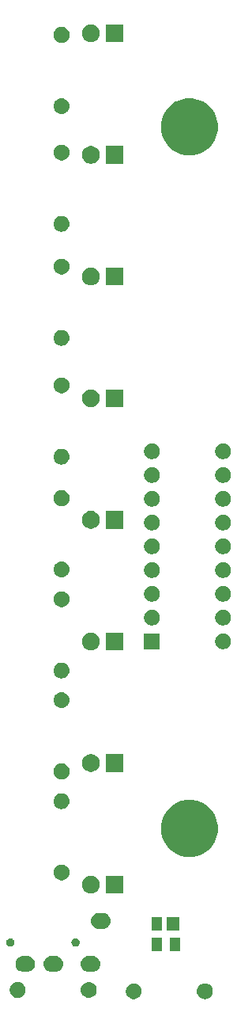
<source format=gts>
G04 #@! TF.GenerationSoftware,KiCad,Pcbnew,5.1.3-ffb9f22~84~ubuntu16.04.1*
G04 #@! TF.CreationDate,2019-07-25T12:18:42-04:00*
G04 #@! TF.ProjectId,lightbox_pcb,6c696768-7462-46f7-985f-7063622e6b69,rev?*
G04 #@! TF.SameCoordinates,Original*
G04 #@! TF.FileFunction,Soldermask,Top*
G04 #@! TF.FilePolarity,Negative*
%FSLAX46Y46*%
G04 Gerber Fmt 4.6, Leading zero omitted, Abs format (unit mm)*
G04 Created by KiCad (PCBNEW 5.1.3-ffb9f22~84~ubuntu16.04.1) date 2019-07-25 12:18:42*
%MOMM*%
%LPD*%
G04 APERTURE LIST*
%ADD10C,0.100000*%
G04 APERTURE END LIST*
D10*
G36*
X154299228Y-151581703D02*
G01*
X154454100Y-151645853D01*
X154593481Y-151738985D01*
X154712015Y-151857519D01*
X154805147Y-151996900D01*
X154869297Y-152151772D01*
X154902000Y-152316184D01*
X154902000Y-152483816D01*
X154869297Y-152648228D01*
X154805147Y-152803100D01*
X154712015Y-152942481D01*
X154593481Y-153061015D01*
X154454100Y-153154147D01*
X154299228Y-153218297D01*
X154134816Y-153251000D01*
X153967184Y-153251000D01*
X153802772Y-153218297D01*
X153647900Y-153154147D01*
X153508519Y-153061015D01*
X153389985Y-152942481D01*
X153296853Y-152803100D01*
X153232703Y-152648228D01*
X153200000Y-152483816D01*
X153200000Y-152316184D01*
X153232703Y-152151772D01*
X153296853Y-151996900D01*
X153389985Y-151857519D01*
X153508519Y-151738985D01*
X153647900Y-151645853D01*
X153802772Y-151581703D01*
X153967184Y-151549000D01*
X154134816Y-151549000D01*
X154299228Y-151581703D01*
X154299228Y-151581703D01*
G37*
G36*
X161837823Y-151561313D02*
G01*
X161998242Y-151609976D01*
X162065361Y-151645852D01*
X162146078Y-151688996D01*
X162275659Y-151795341D01*
X162382004Y-151924922D01*
X162382005Y-151924924D01*
X162461024Y-152072758D01*
X162509687Y-152233177D01*
X162526117Y-152400000D01*
X162509687Y-152566823D01*
X162461024Y-152727242D01*
X162420477Y-152803100D01*
X162382004Y-152875078D01*
X162275659Y-153004659D01*
X162146078Y-153111004D01*
X162146076Y-153111005D01*
X161998242Y-153190024D01*
X161837823Y-153238687D01*
X161712804Y-153251000D01*
X161629196Y-153251000D01*
X161504177Y-153238687D01*
X161343758Y-153190024D01*
X161195924Y-153111005D01*
X161195922Y-153111004D01*
X161066341Y-153004659D01*
X160959996Y-152875078D01*
X160921523Y-152803100D01*
X160880976Y-152727242D01*
X160832313Y-152566823D01*
X160815883Y-152400000D01*
X160832313Y-152233177D01*
X160880976Y-152072758D01*
X160959995Y-151924924D01*
X160959996Y-151924922D01*
X161066341Y-151795341D01*
X161195922Y-151688996D01*
X161276639Y-151645852D01*
X161343758Y-151609976D01*
X161504177Y-151561313D01*
X161629196Y-151549000D01*
X161712804Y-151549000D01*
X161837823Y-151561313D01*
X161837823Y-151561313D01*
G37*
G36*
X141853228Y-151454703D02*
G01*
X142008100Y-151518853D01*
X142147481Y-151611985D01*
X142266015Y-151730519D01*
X142359147Y-151869900D01*
X142423297Y-152024772D01*
X142456000Y-152189184D01*
X142456000Y-152356816D01*
X142423297Y-152521228D01*
X142359147Y-152676100D01*
X142266015Y-152815481D01*
X142147481Y-152934015D01*
X142008100Y-153027147D01*
X141853228Y-153091297D01*
X141688816Y-153124000D01*
X141521184Y-153124000D01*
X141356772Y-153091297D01*
X141201900Y-153027147D01*
X141062519Y-152934015D01*
X140943985Y-152815481D01*
X140850853Y-152676100D01*
X140786703Y-152521228D01*
X140754000Y-152356816D01*
X140754000Y-152189184D01*
X140786703Y-152024772D01*
X140850853Y-151869900D01*
X140943985Y-151730519D01*
X141062519Y-151611985D01*
X141201900Y-151518853D01*
X141356772Y-151454703D01*
X141521184Y-151422000D01*
X141688816Y-151422000D01*
X141853228Y-151454703D01*
X141853228Y-151454703D01*
G37*
G36*
X149391823Y-151434313D02*
G01*
X149552242Y-151482976D01*
X149619361Y-151518852D01*
X149700078Y-151561996D01*
X149829659Y-151668341D01*
X149936004Y-151797922D01*
X149936005Y-151797924D01*
X150015024Y-151945758D01*
X150063687Y-152106177D01*
X150080117Y-152273000D01*
X150063687Y-152439823D01*
X150015024Y-152600242D01*
X149974477Y-152676100D01*
X149936004Y-152748078D01*
X149829659Y-152877659D01*
X149700078Y-152984004D01*
X149700076Y-152984005D01*
X149552242Y-153063024D01*
X149391823Y-153111687D01*
X149266804Y-153124000D01*
X149183196Y-153124000D01*
X149058177Y-153111687D01*
X148897758Y-153063024D01*
X148749924Y-152984005D01*
X148749922Y-152984004D01*
X148620341Y-152877659D01*
X148513996Y-152748078D01*
X148475523Y-152676100D01*
X148434976Y-152600242D01*
X148386313Y-152439823D01*
X148369883Y-152273000D01*
X148386313Y-152106177D01*
X148434976Y-151945758D01*
X148513995Y-151797924D01*
X148513996Y-151797922D01*
X148620341Y-151668341D01*
X148749922Y-151561996D01*
X148830639Y-151518852D01*
X148897758Y-151482976D01*
X149058177Y-151434313D01*
X149183196Y-151422000D01*
X149266804Y-151422000D01*
X149391823Y-151434313D01*
X149391823Y-151434313D01*
G37*
G36*
X149783823Y-148646313D02*
G01*
X149944242Y-148694976D01*
X150076906Y-148765886D01*
X150092078Y-148773996D01*
X150221659Y-148880341D01*
X150328004Y-149009922D01*
X150328005Y-149009924D01*
X150407024Y-149157758D01*
X150455687Y-149318177D01*
X150472117Y-149485000D01*
X150455687Y-149651823D01*
X150407024Y-149812242D01*
X150336114Y-149944906D01*
X150328004Y-149960078D01*
X150221659Y-150089659D01*
X150092078Y-150196004D01*
X150092076Y-150196005D01*
X149944242Y-150275024D01*
X149783823Y-150323687D01*
X149658804Y-150336000D01*
X149175196Y-150336000D01*
X149050177Y-150323687D01*
X148889758Y-150275024D01*
X148741924Y-150196005D01*
X148741922Y-150196004D01*
X148612341Y-150089659D01*
X148505996Y-149960078D01*
X148497886Y-149944906D01*
X148426976Y-149812242D01*
X148378313Y-149651823D01*
X148361883Y-149485000D01*
X148378313Y-149318177D01*
X148426976Y-149157758D01*
X148505995Y-149009924D01*
X148505996Y-149009922D01*
X148612341Y-148880341D01*
X148741922Y-148773996D01*
X148757094Y-148765886D01*
X148889758Y-148694976D01*
X149050177Y-148646313D01*
X149175196Y-148634000D01*
X149658804Y-148634000D01*
X149783823Y-148646313D01*
X149783823Y-148646313D01*
G37*
G36*
X145783823Y-148646313D02*
G01*
X145944242Y-148694976D01*
X146076906Y-148765886D01*
X146092078Y-148773996D01*
X146221659Y-148880341D01*
X146328004Y-149009922D01*
X146328005Y-149009924D01*
X146407024Y-149157758D01*
X146455687Y-149318177D01*
X146472117Y-149485000D01*
X146455687Y-149651823D01*
X146407024Y-149812242D01*
X146336114Y-149944906D01*
X146328004Y-149960078D01*
X146221659Y-150089659D01*
X146092078Y-150196004D01*
X146092076Y-150196005D01*
X145944242Y-150275024D01*
X145783823Y-150323687D01*
X145658804Y-150336000D01*
X145175196Y-150336000D01*
X145050177Y-150323687D01*
X144889758Y-150275024D01*
X144741924Y-150196005D01*
X144741922Y-150196004D01*
X144612341Y-150089659D01*
X144505996Y-149960078D01*
X144497886Y-149944906D01*
X144426976Y-149812242D01*
X144378313Y-149651823D01*
X144361883Y-149485000D01*
X144378313Y-149318177D01*
X144426976Y-149157758D01*
X144505995Y-149009924D01*
X144505996Y-149009922D01*
X144612341Y-148880341D01*
X144741922Y-148773996D01*
X144757094Y-148765886D01*
X144889758Y-148694976D01*
X145050177Y-148646313D01*
X145175196Y-148634000D01*
X145658804Y-148634000D01*
X145783823Y-148646313D01*
X145783823Y-148646313D01*
G37*
G36*
X142783823Y-148646313D02*
G01*
X142944242Y-148694976D01*
X143076906Y-148765886D01*
X143092078Y-148773996D01*
X143221659Y-148880341D01*
X143328004Y-149009922D01*
X143328005Y-149009924D01*
X143407024Y-149157758D01*
X143455687Y-149318177D01*
X143472117Y-149485000D01*
X143455687Y-149651823D01*
X143407024Y-149812242D01*
X143336114Y-149944906D01*
X143328004Y-149960078D01*
X143221659Y-150089659D01*
X143092078Y-150196004D01*
X143092076Y-150196005D01*
X142944242Y-150275024D01*
X142783823Y-150323687D01*
X142658804Y-150336000D01*
X142175196Y-150336000D01*
X142050177Y-150323687D01*
X141889758Y-150275024D01*
X141741924Y-150196005D01*
X141741922Y-150196004D01*
X141612341Y-150089659D01*
X141505996Y-149960078D01*
X141497886Y-149944906D01*
X141426976Y-149812242D01*
X141378313Y-149651823D01*
X141361883Y-149485000D01*
X141378313Y-149318177D01*
X141426976Y-149157758D01*
X141505995Y-149009924D01*
X141505996Y-149009922D01*
X141612341Y-148880341D01*
X141741922Y-148773996D01*
X141757094Y-148765886D01*
X141889758Y-148694976D01*
X142050177Y-148646313D01*
X142175196Y-148634000D01*
X142658804Y-148634000D01*
X142783823Y-148646313D01*
X142783823Y-148646313D01*
G37*
G36*
X158981000Y-148155000D02*
G01*
X157879000Y-148155000D01*
X157879000Y-146653000D01*
X158981000Y-146653000D01*
X158981000Y-148155000D01*
X158981000Y-148155000D01*
G37*
G36*
X157081000Y-148155000D02*
G01*
X155979000Y-148155000D01*
X155979000Y-146653000D01*
X157081000Y-146653000D01*
X157081000Y-148155000D01*
X157081000Y-148155000D01*
G37*
G36*
X147948552Y-146751331D02*
G01*
X148030627Y-146785328D01*
X148030629Y-146785329D01*
X148067813Y-146810175D01*
X148104495Y-146834685D01*
X148167315Y-146897505D01*
X148216672Y-146971373D01*
X148250669Y-147053448D01*
X148268000Y-147140579D01*
X148268000Y-147229421D01*
X148250669Y-147316552D01*
X148216672Y-147398627D01*
X148216671Y-147398629D01*
X148167314Y-147472496D01*
X148104496Y-147535314D01*
X148030629Y-147584671D01*
X148030628Y-147584672D01*
X148030627Y-147584672D01*
X147948552Y-147618669D01*
X147861421Y-147636000D01*
X147772579Y-147636000D01*
X147685448Y-147618669D01*
X147603373Y-147584672D01*
X147603372Y-147584672D01*
X147603371Y-147584671D01*
X147529504Y-147535314D01*
X147466686Y-147472496D01*
X147417329Y-147398629D01*
X147417328Y-147398627D01*
X147383331Y-147316552D01*
X147366000Y-147229421D01*
X147366000Y-147140579D01*
X147383331Y-147053448D01*
X147417328Y-146971373D01*
X147466685Y-146897505D01*
X147529505Y-146834685D01*
X147566187Y-146810175D01*
X147603371Y-146785329D01*
X147603373Y-146785328D01*
X147685448Y-146751331D01*
X147772579Y-146734000D01*
X147861421Y-146734000D01*
X147948552Y-146751331D01*
X147948552Y-146751331D01*
G37*
G36*
X140948552Y-146751331D02*
G01*
X141030627Y-146785328D01*
X141030629Y-146785329D01*
X141067813Y-146810175D01*
X141104495Y-146834685D01*
X141167315Y-146897505D01*
X141216672Y-146971373D01*
X141250669Y-147053448D01*
X141268000Y-147140579D01*
X141268000Y-147229421D01*
X141250669Y-147316552D01*
X141216672Y-147398627D01*
X141216671Y-147398629D01*
X141167314Y-147472496D01*
X141104496Y-147535314D01*
X141030629Y-147584671D01*
X141030628Y-147584672D01*
X141030627Y-147584672D01*
X140948552Y-147618669D01*
X140861421Y-147636000D01*
X140772579Y-147636000D01*
X140685448Y-147618669D01*
X140603373Y-147584672D01*
X140603372Y-147584672D01*
X140603371Y-147584671D01*
X140529504Y-147535314D01*
X140466686Y-147472496D01*
X140417329Y-147398629D01*
X140417328Y-147398627D01*
X140383331Y-147316552D01*
X140366000Y-147229421D01*
X140366000Y-147140579D01*
X140383331Y-147053448D01*
X140417328Y-146971373D01*
X140466685Y-146897505D01*
X140529505Y-146834685D01*
X140566187Y-146810175D01*
X140603371Y-146785329D01*
X140603373Y-146785328D01*
X140685448Y-146751331D01*
X140772579Y-146734000D01*
X140861421Y-146734000D01*
X140948552Y-146751331D01*
X140948552Y-146751331D01*
G37*
G36*
X157081000Y-145955000D02*
G01*
X155979000Y-145955000D01*
X155979000Y-144453000D01*
X157081000Y-144453000D01*
X157081000Y-145955000D01*
X157081000Y-145955000D01*
G37*
G36*
X158901000Y-145955000D02*
G01*
X157599000Y-145955000D01*
X157599000Y-144453000D01*
X158901000Y-144453000D01*
X158901000Y-145955000D01*
X158901000Y-145955000D01*
G37*
G36*
X150883823Y-144046313D02*
G01*
X151044242Y-144094976D01*
X151176906Y-144165886D01*
X151192078Y-144173996D01*
X151321659Y-144280341D01*
X151428004Y-144409922D01*
X151428005Y-144409924D01*
X151507024Y-144557758D01*
X151555687Y-144718177D01*
X151572117Y-144885000D01*
X151555687Y-145051823D01*
X151507024Y-145212242D01*
X151436114Y-145344906D01*
X151428004Y-145360078D01*
X151321659Y-145489659D01*
X151192078Y-145596004D01*
X151192076Y-145596005D01*
X151044242Y-145675024D01*
X150883823Y-145723687D01*
X150758804Y-145736000D01*
X150275196Y-145736000D01*
X150150177Y-145723687D01*
X149989758Y-145675024D01*
X149841924Y-145596005D01*
X149841922Y-145596004D01*
X149712341Y-145489659D01*
X149605996Y-145360078D01*
X149597886Y-145344906D01*
X149526976Y-145212242D01*
X149478313Y-145051823D01*
X149461883Y-144885000D01*
X149478313Y-144718177D01*
X149526976Y-144557758D01*
X149605995Y-144409924D01*
X149605996Y-144409922D01*
X149712341Y-144280341D01*
X149841922Y-144173996D01*
X149857094Y-144165886D01*
X149989758Y-144094976D01*
X150150177Y-144046313D01*
X150275196Y-144034000D01*
X150758804Y-144034000D01*
X150883823Y-144046313D01*
X150883823Y-144046313D01*
G37*
G36*
X152951000Y-141951000D02*
G01*
X151049000Y-141951000D01*
X151049000Y-140049000D01*
X152951000Y-140049000D01*
X152951000Y-141951000D01*
X152951000Y-141951000D01*
G37*
G36*
X149737395Y-140085546D02*
G01*
X149910466Y-140157234D01*
X149910467Y-140157235D01*
X150066227Y-140261310D01*
X150198690Y-140393773D01*
X150198691Y-140393775D01*
X150302766Y-140549534D01*
X150374454Y-140722605D01*
X150411000Y-140906333D01*
X150411000Y-141093667D01*
X150374454Y-141277395D01*
X150302766Y-141450466D01*
X150302765Y-141450467D01*
X150198690Y-141606227D01*
X150066227Y-141738690D01*
X149987818Y-141791081D01*
X149910466Y-141842766D01*
X149737395Y-141914454D01*
X149553667Y-141951000D01*
X149366333Y-141951000D01*
X149182605Y-141914454D01*
X149009534Y-141842766D01*
X148932182Y-141791081D01*
X148853773Y-141738690D01*
X148721310Y-141606227D01*
X148617235Y-141450467D01*
X148617234Y-141450466D01*
X148545546Y-141277395D01*
X148509000Y-141093667D01*
X148509000Y-140906333D01*
X148545546Y-140722605D01*
X148617234Y-140549534D01*
X148721309Y-140393775D01*
X148721310Y-140393773D01*
X148853773Y-140261310D01*
X149009533Y-140157235D01*
X149009534Y-140157234D01*
X149182605Y-140085546D01*
X149366333Y-140049000D01*
X149553667Y-140049000D01*
X149737395Y-140085546D01*
X149737395Y-140085546D01*
G37*
G36*
X146552228Y-138881703D02*
G01*
X146707100Y-138945853D01*
X146846481Y-139038985D01*
X146965015Y-139157519D01*
X147058147Y-139296900D01*
X147122297Y-139451772D01*
X147155000Y-139616184D01*
X147155000Y-139783816D01*
X147122297Y-139948228D01*
X147058147Y-140103100D01*
X146965015Y-140242481D01*
X146846481Y-140361015D01*
X146707100Y-140454147D01*
X146552228Y-140518297D01*
X146387816Y-140551000D01*
X146220184Y-140551000D01*
X146055772Y-140518297D01*
X145900900Y-140454147D01*
X145761519Y-140361015D01*
X145642985Y-140242481D01*
X145549853Y-140103100D01*
X145485703Y-139948228D01*
X145453000Y-139783816D01*
X145453000Y-139616184D01*
X145485703Y-139451772D01*
X145549853Y-139296900D01*
X145642985Y-139157519D01*
X145761519Y-139038985D01*
X145900900Y-138945853D01*
X146055772Y-138881703D01*
X146220184Y-138849000D01*
X146387816Y-138849000D01*
X146552228Y-138881703D01*
X146552228Y-138881703D01*
G37*
G36*
X160889943Y-132066248D02*
G01*
X161445189Y-132296238D01*
X161445190Y-132296239D01*
X161944899Y-132630134D01*
X162369866Y-133055101D01*
X162369867Y-133055103D01*
X162703762Y-133554811D01*
X162933752Y-134110057D01*
X163051000Y-134699501D01*
X163051000Y-135300499D01*
X162933752Y-135889943D01*
X162703762Y-136445189D01*
X162703761Y-136445190D01*
X162369866Y-136944899D01*
X161944899Y-137369866D01*
X161693347Y-137537948D01*
X161445189Y-137703762D01*
X160889943Y-137933752D01*
X160300499Y-138051000D01*
X159699501Y-138051000D01*
X159110057Y-137933752D01*
X158554811Y-137703762D01*
X158306653Y-137537948D01*
X158055101Y-137369866D01*
X157630134Y-136944899D01*
X157296239Y-136445190D01*
X157296238Y-136445189D01*
X157066248Y-135889943D01*
X156949000Y-135300499D01*
X156949000Y-134699501D01*
X157066248Y-134110057D01*
X157296238Y-133554811D01*
X157630133Y-133055103D01*
X157630134Y-133055101D01*
X158055101Y-132630134D01*
X158554810Y-132296239D01*
X158554811Y-132296238D01*
X159110057Y-132066248D01*
X159699501Y-131949000D01*
X160300499Y-131949000D01*
X160889943Y-132066248D01*
X160889943Y-132066248D01*
G37*
G36*
X146470823Y-131241313D02*
G01*
X146631242Y-131289976D01*
X146763906Y-131360886D01*
X146779078Y-131368996D01*
X146908659Y-131475341D01*
X147015004Y-131604922D01*
X147015005Y-131604924D01*
X147094024Y-131752758D01*
X147142687Y-131913177D01*
X147159117Y-132080000D01*
X147142687Y-132246823D01*
X147094024Y-132407242D01*
X147023114Y-132539906D01*
X147015004Y-132555078D01*
X146908659Y-132684659D01*
X146779078Y-132791004D01*
X146779076Y-132791005D01*
X146631242Y-132870024D01*
X146470823Y-132918687D01*
X146345804Y-132931000D01*
X146262196Y-132931000D01*
X146137177Y-132918687D01*
X145976758Y-132870024D01*
X145828924Y-132791005D01*
X145828922Y-132791004D01*
X145699341Y-132684659D01*
X145592996Y-132555078D01*
X145584886Y-132539906D01*
X145513976Y-132407242D01*
X145465313Y-132246823D01*
X145448883Y-132080000D01*
X145465313Y-131913177D01*
X145513976Y-131752758D01*
X145592995Y-131604924D01*
X145592996Y-131604922D01*
X145699341Y-131475341D01*
X145828922Y-131368996D01*
X145844094Y-131360886D01*
X145976758Y-131289976D01*
X146137177Y-131241313D01*
X146262196Y-131229000D01*
X146345804Y-131229000D01*
X146470823Y-131241313D01*
X146470823Y-131241313D01*
G37*
G36*
X146552228Y-128086703D02*
G01*
X146707100Y-128150853D01*
X146846481Y-128243985D01*
X146965015Y-128362519D01*
X147058147Y-128501900D01*
X147122297Y-128656772D01*
X147155000Y-128821184D01*
X147155000Y-128988816D01*
X147122297Y-129153228D01*
X147058147Y-129308100D01*
X146965015Y-129447481D01*
X146846481Y-129566015D01*
X146707100Y-129659147D01*
X146552228Y-129723297D01*
X146387816Y-129756000D01*
X146220184Y-129756000D01*
X146055772Y-129723297D01*
X145900900Y-129659147D01*
X145761519Y-129566015D01*
X145642985Y-129447481D01*
X145549853Y-129308100D01*
X145485703Y-129153228D01*
X145453000Y-128988816D01*
X145453000Y-128821184D01*
X145485703Y-128656772D01*
X145549853Y-128501900D01*
X145642985Y-128362519D01*
X145761519Y-128243985D01*
X145900900Y-128150853D01*
X146055772Y-128086703D01*
X146220184Y-128054000D01*
X146387816Y-128054000D01*
X146552228Y-128086703D01*
X146552228Y-128086703D01*
G37*
G36*
X152951000Y-128951000D02*
G01*
X151049000Y-128951000D01*
X151049000Y-127049000D01*
X152951000Y-127049000D01*
X152951000Y-128951000D01*
X152951000Y-128951000D01*
G37*
G36*
X149737395Y-127085546D02*
G01*
X149910466Y-127157234D01*
X149910467Y-127157235D01*
X150066227Y-127261310D01*
X150198690Y-127393773D01*
X150198691Y-127393775D01*
X150302766Y-127549534D01*
X150374454Y-127722605D01*
X150411000Y-127906333D01*
X150411000Y-128093667D01*
X150374454Y-128277395D01*
X150302766Y-128450466D01*
X150302765Y-128450467D01*
X150198690Y-128606227D01*
X150066227Y-128738690D01*
X149987818Y-128791081D01*
X149910466Y-128842766D01*
X149737395Y-128914454D01*
X149553667Y-128951000D01*
X149366333Y-128951000D01*
X149182605Y-128914454D01*
X149009534Y-128842766D01*
X148932182Y-128791081D01*
X148853773Y-128738690D01*
X148721310Y-128606227D01*
X148617235Y-128450467D01*
X148617234Y-128450466D01*
X148545546Y-128277395D01*
X148509000Y-128093667D01*
X148509000Y-127906333D01*
X148545546Y-127722605D01*
X148617234Y-127549534D01*
X148721309Y-127393775D01*
X148721310Y-127393773D01*
X148853773Y-127261310D01*
X149009533Y-127157235D01*
X149009534Y-127157234D01*
X149182605Y-127085546D01*
X149366333Y-127049000D01*
X149553667Y-127049000D01*
X149737395Y-127085546D01*
X149737395Y-127085546D01*
G37*
G36*
X146470823Y-120446313D02*
G01*
X146631242Y-120494976D01*
X146763906Y-120565886D01*
X146779078Y-120573996D01*
X146908659Y-120680341D01*
X147015004Y-120809922D01*
X147015005Y-120809924D01*
X147094024Y-120957758D01*
X147142687Y-121118177D01*
X147159117Y-121285000D01*
X147142687Y-121451823D01*
X147094024Y-121612242D01*
X147023114Y-121744906D01*
X147015004Y-121760078D01*
X146908659Y-121889659D01*
X146779078Y-121996004D01*
X146779076Y-121996005D01*
X146631242Y-122075024D01*
X146470823Y-122123687D01*
X146345804Y-122136000D01*
X146262196Y-122136000D01*
X146137177Y-122123687D01*
X145976758Y-122075024D01*
X145828924Y-121996005D01*
X145828922Y-121996004D01*
X145699341Y-121889659D01*
X145592996Y-121760078D01*
X145584886Y-121744906D01*
X145513976Y-121612242D01*
X145465313Y-121451823D01*
X145448883Y-121285000D01*
X145465313Y-121118177D01*
X145513976Y-120957758D01*
X145592995Y-120809924D01*
X145592996Y-120809922D01*
X145699341Y-120680341D01*
X145828922Y-120573996D01*
X145844094Y-120565886D01*
X145976758Y-120494976D01*
X146137177Y-120446313D01*
X146262196Y-120434000D01*
X146345804Y-120434000D01*
X146470823Y-120446313D01*
X146470823Y-120446313D01*
G37*
G36*
X146470823Y-117271313D02*
G01*
X146631242Y-117319976D01*
X146763906Y-117390886D01*
X146779078Y-117398996D01*
X146908659Y-117505341D01*
X147015004Y-117634922D01*
X147015005Y-117634924D01*
X147094024Y-117782758D01*
X147142687Y-117943177D01*
X147159117Y-118110000D01*
X147142687Y-118276823D01*
X147094024Y-118437242D01*
X147023114Y-118569906D01*
X147015004Y-118585078D01*
X146908659Y-118714659D01*
X146779078Y-118821004D01*
X146779076Y-118821005D01*
X146631242Y-118900024D01*
X146470823Y-118948687D01*
X146345804Y-118961000D01*
X146262196Y-118961000D01*
X146137177Y-118948687D01*
X145976758Y-118900024D01*
X145828924Y-118821005D01*
X145828922Y-118821004D01*
X145699341Y-118714659D01*
X145592996Y-118585078D01*
X145584886Y-118569906D01*
X145513976Y-118437242D01*
X145465313Y-118276823D01*
X145448883Y-118110000D01*
X145465313Y-117943177D01*
X145513976Y-117782758D01*
X145592995Y-117634924D01*
X145592996Y-117634922D01*
X145699341Y-117505341D01*
X145828922Y-117398996D01*
X145844094Y-117390886D01*
X145976758Y-117319976D01*
X146137177Y-117271313D01*
X146262196Y-117259000D01*
X146345804Y-117259000D01*
X146470823Y-117271313D01*
X146470823Y-117271313D01*
G37*
G36*
X152951000Y-115951000D02*
G01*
X151049000Y-115951000D01*
X151049000Y-114049000D01*
X152951000Y-114049000D01*
X152951000Y-115951000D01*
X152951000Y-115951000D01*
G37*
G36*
X149737395Y-114085546D02*
G01*
X149910466Y-114157234D01*
X149910467Y-114157235D01*
X150066227Y-114261310D01*
X150198690Y-114393773D01*
X150241284Y-114457520D01*
X150302766Y-114549534D01*
X150374454Y-114722605D01*
X150411000Y-114906333D01*
X150411000Y-115093667D01*
X150374454Y-115277395D01*
X150302766Y-115450466D01*
X150302765Y-115450467D01*
X150198690Y-115606227D01*
X150066227Y-115738690D01*
X150043092Y-115754148D01*
X149910466Y-115842766D01*
X149737395Y-115914454D01*
X149553667Y-115951000D01*
X149366333Y-115951000D01*
X149182605Y-115914454D01*
X149009534Y-115842766D01*
X148876908Y-115754148D01*
X148853773Y-115738690D01*
X148721310Y-115606227D01*
X148617235Y-115450467D01*
X148617234Y-115450466D01*
X148545546Y-115277395D01*
X148509000Y-115093667D01*
X148509000Y-114906333D01*
X148545546Y-114722605D01*
X148617234Y-114549534D01*
X148678716Y-114457520D01*
X148721310Y-114393773D01*
X148853773Y-114261310D01*
X149009533Y-114157235D01*
X149009534Y-114157234D01*
X149182605Y-114085546D01*
X149366333Y-114049000D01*
X149553667Y-114049000D01*
X149737395Y-114085546D01*
X149737395Y-114085546D01*
G37*
G36*
X156851000Y-115851000D02*
G01*
X155149000Y-115851000D01*
X155149000Y-114149000D01*
X156851000Y-114149000D01*
X156851000Y-115851000D01*
X156851000Y-115851000D01*
G37*
G36*
X163868228Y-114181703D02*
G01*
X164023100Y-114245853D01*
X164162481Y-114338985D01*
X164281015Y-114457519D01*
X164374147Y-114596900D01*
X164438297Y-114751772D01*
X164471000Y-114916184D01*
X164471000Y-115083816D01*
X164438297Y-115248228D01*
X164374147Y-115403100D01*
X164281015Y-115542481D01*
X164162481Y-115661015D01*
X164023100Y-115754147D01*
X163868228Y-115818297D01*
X163703816Y-115851000D01*
X163536184Y-115851000D01*
X163371772Y-115818297D01*
X163216900Y-115754147D01*
X163077519Y-115661015D01*
X162958985Y-115542481D01*
X162865853Y-115403100D01*
X162801703Y-115248228D01*
X162769000Y-115083816D01*
X162769000Y-114916184D01*
X162801703Y-114751772D01*
X162865853Y-114596900D01*
X162958985Y-114457519D01*
X163077519Y-114338985D01*
X163216900Y-114245853D01*
X163371772Y-114181703D01*
X163536184Y-114149000D01*
X163703816Y-114149000D01*
X163868228Y-114181703D01*
X163868228Y-114181703D01*
G37*
G36*
X163868228Y-111641703D02*
G01*
X164023100Y-111705853D01*
X164162481Y-111798985D01*
X164281015Y-111917519D01*
X164374147Y-112056900D01*
X164438297Y-112211772D01*
X164471000Y-112376184D01*
X164471000Y-112543816D01*
X164438297Y-112708228D01*
X164374147Y-112863100D01*
X164281015Y-113002481D01*
X164162481Y-113121015D01*
X164023100Y-113214147D01*
X163868228Y-113278297D01*
X163703816Y-113311000D01*
X163536184Y-113311000D01*
X163371772Y-113278297D01*
X163216900Y-113214147D01*
X163077519Y-113121015D01*
X162958985Y-113002481D01*
X162865853Y-112863100D01*
X162801703Y-112708228D01*
X162769000Y-112543816D01*
X162769000Y-112376184D01*
X162801703Y-112211772D01*
X162865853Y-112056900D01*
X162958985Y-111917519D01*
X163077519Y-111798985D01*
X163216900Y-111705853D01*
X163371772Y-111641703D01*
X163536184Y-111609000D01*
X163703816Y-111609000D01*
X163868228Y-111641703D01*
X163868228Y-111641703D01*
G37*
G36*
X156248228Y-111641703D02*
G01*
X156403100Y-111705853D01*
X156542481Y-111798985D01*
X156661015Y-111917519D01*
X156754147Y-112056900D01*
X156818297Y-112211772D01*
X156851000Y-112376184D01*
X156851000Y-112543816D01*
X156818297Y-112708228D01*
X156754147Y-112863100D01*
X156661015Y-113002481D01*
X156542481Y-113121015D01*
X156403100Y-113214147D01*
X156248228Y-113278297D01*
X156083816Y-113311000D01*
X155916184Y-113311000D01*
X155751772Y-113278297D01*
X155596900Y-113214147D01*
X155457519Y-113121015D01*
X155338985Y-113002481D01*
X155245853Y-112863100D01*
X155181703Y-112708228D01*
X155149000Y-112543816D01*
X155149000Y-112376184D01*
X155181703Y-112211772D01*
X155245853Y-112056900D01*
X155338985Y-111917519D01*
X155457519Y-111798985D01*
X155596900Y-111705853D01*
X155751772Y-111641703D01*
X155916184Y-111609000D01*
X156083816Y-111609000D01*
X156248228Y-111641703D01*
X156248228Y-111641703D01*
G37*
G36*
X146552228Y-109671703D02*
G01*
X146707100Y-109735853D01*
X146846481Y-109828985D01*
X146965015Y-109947519D01*
X147058147Y-110086900D01*
X147122297Y-110241772D01*
X147155000Y-110406184D01*
X147155000Y-110573816D01*
X147122297Y-110738228D01*
X147058147Y-110893100D01*
X146965015Y-111032481D01*
X146846481Y-111151015D01*
X146707100Y-111244147D01*
X146552228Y-111308297D01*
X146387816Y-111341000D01*
X146220184Y-111341000D01*
X146055772Y-111308297D01*
X145900900Y-111244147D01*
X145761519Y-111151015D01*
X145642985Y-111032481D01*
X145549853Y-110893100D01*
X145485703Y-110738228D01*
X145453000Y-110573816D01*
X145453000Y-110406184D01*
X145485703Y-110241772D01*
X145549853Y-110086900D01*
X145642985Y-109947519D01*
X145761519Y-109828985D01*
X145900900Y-109735853D01*
X146055772Y-109671703D01*
X146220184Y-109639000D01*
X146387816Y-109639000D01*
X146552228Y-109671703D01*
X146552228Y-109671703D01*
G37*
G36*
X163868228Y-109101703D02*
G01*
X164023100Y-109165853D01*
X164162481Y-109258985D01*
X164281015Y-109377519D01*
X164374147Y-109516900D01*
X164438297Y-109671772D01*
X164471000Y-109836184D01*
X164471000Y-110003816D01*
X164438297Y-110168228D01*
X164374147Y-110323100D01*
X164281015Y-110462481D01*
X164162481Y-110581015D01*
X164023100Y-110674147D01*
X163868228Y-110738297D01*
X163703816Y-110771000D01*
X163536184Y-110771000D01*
X163371772Y-110738297D01*
X163216900Y-110674147D01*
X163077519Y-110581015D01*
X162958985Y-110462481D01*
X162865853Y-110323100D01*
X162801703Y-110168228D01*
X162769000Y-110003816D01*
X162769000Y-109836184D01*
X162801703Y-109671772D01*
X162865853Y-109516900D01*
X162958985Y-109377519D01*
X163077519Y-109258985D01*
X163216900Y-109165853D01*
X163371772Y-109101703D01*
X163536184Y-109069000D01*
X163703816Y-109069000D01*
X163868228Y-109101703D01*
X163868228Y-109101703D01*
G37*
G36*
X156248228Y-109101703D02*
G01*
X156403100Y-109165853D01*
X156542481Y-109258985D01*
X156661015Y-109377519D01*
X156754147Y-109516900D01*
X156818297Y-109671772D01*
X156851000Y-109836184D01*
X156851000Y-110003816D01*
X156818297Y-110168228D01*
X156754147Y-110323100D01*
X156661015Y-110462481D01*
X156542481Y-110581015D01*
X156403100Y-110674147D01*
X156248228Y-110738297D01*
X156083816Y-110771000D01*
X155916184Y-110771000D01*
X155751772Y-110738297D01*
X155596900Y-110674147D01*
X155457519Y-110581015D01*
X155338985Y-110462481D01*
X155245853Y-110323100D01*
X155181703Y-110168228D01*
X155149000Y-110003816D01*
X155149000Y-109836184D01*
X155181703Y-109671772D01*
X155245853Y-109516900D01*
X155338985Y-109377519D01*
X155457519Y-109258985D01*
X155596900Y-109165853D01*
X155751772Y-109101703D01*
X155916184Y-109069000D01*
X156083816Y-109069000D01*
X156248228Y-109101703D01*
X156248228Y-109101703D01*
G37*
G36*
X156248228Y-106561703D02*
G01*
X156403100Y-106625853D01*
X156542481Y-106718985D01*
X156661015Y-106837519D01*
X156754147Y-106976900D01*
X156818297Y-107131772D01*
X156851000Y-107296184D01*
X156851000Y-107463816D01*
X156818297Y-107628228D01*
X156754147Y-107783100D01*
X156661015Y-107922481D01*
X156542481Y-108041015D01*
X156403100Y-108134147D01*
X156248228Y-108198297D01*
X156083816Y-108231000D01*
X155916184Y-108231000D01*
X155751772Y-108198297D01*
X155596900Y-108134147D01*
X155457519Y-108041015D01*
X155338985Y-107922481D01*
X155245853Y-107783100D01*
X155181703Y-107628228D01*
X155149000Y-107463816D01*
X155149000Y-107296184D01*
X155181703Y-107131772D01*
X155245853Y-106976900D01*
X155338985Y-106837519D01*
X155457519Y-106718985D01*
X155596900Y-106625853D01*
X155751772Y-106561703D01*
X155916184Y-106529000D01*
X156083816Y-106529000D01*
X156248228Y-106561703D01*
X156248228Y-106561703D01*
G37*
G36*
X163868228Y-106561703D02*
G01*
X164023100Y-106625853D01*
X164162481Y-106718985D01*
X164281015Y-106837519D01*
X164374147Y-106976900D01*
X164438297Y-107131772D01*
X164471000Y-107296184D01*
X164471000Y-107463816D01*
X164438297Y-107628228D01*
X164374147Y-107783100D01*
X164281015Y-107922481D01*
X164162481Y-108041015D01*
X164023100Y-108134147D01*
X163868228Y-108198297D01*
X163703816Y-108231000D01*
X163536184Y-108231000D01*
X163371772Y-108198297D01*
X163216900Y-108134147D01*
X163077519Y-108041015D01*
X162958985Y-107922481D01*
X162865853Y-107783100D01*
X162801703Y-107628228D01*
X162769000Y-107463816D01*
X162769000Y-107296184D01*
X162801703Y-107131772D01*
X162865853Y-106976900D01*
X162958985Y-106837519D01*
X163077519Y-106718985D01*
X163216900Y-106625853D01*
X163371772Y-106561703D01*
X163536184Y-106529000D01*
X163703816Y-106529000D01*
X163868228Y-106561703D01*
X163868228Y-106561703D01*
G37*
G36*
X146470823Y-106476313D02*
G01*
X146631242Y-106524976D01*
X146699953Y-106561703D01*
X146779078Y-106603996D01*
X146908659Y-106710341D01*
X147015004Y-106839922D01*
X147015005Y-106839924D01*
X147094024Y-106987758D01*
X147142687Y-107148177D01*
X147159117Y-107315000D01*
X147142687Y-107481823D01*
X147094024Y-107642242D01*
X147023114Y-107774906D01*
X147015004Y-107790078D01*
X146908659Y-107919659D01*
X146779078Y-108026004D01*
X146779076Y-108026005D01*
X146631242Y-108105024D01*
X146470823Y-108153687D01*
X146345804Y-108166000D01*
X146262196Y-108166000D01*
X146137177Y-108153687D01*
X145976758Y-108105024D01*
X145828924Y-108026005D01*
X145828922Y-108026004D01*
X145699341Y-107919659D01*
X145592996Y-107790078D01*
X145584886Y-107774906D01*
X145513976Y-107642242D01*
X145465313Y-107481823D01*
X145448883Y-107315000D01*
X145465313Y-107148177D01*
X145513976Y-106987758D01*
X145592995Y-106839924D01*
X145592996Y-106839922D01*
X145699341Y-106710341D01*
X145828922Y-106603996D01*
X145908047Y-106561703D01*
X145976758Y-106524976D01*
X146137177Y-106476313D01*
X146262196Y-106464000D01*
X146345804Y-106464000D01*
X146470823Y-106476313D01*
X146470823Y-106476313D01*
G37*
G36*
X163868228Y-104021703D02*
G01*
X164023100Y-104085853D01*
X164162481Y-104178985D01*
X164281015Y-104297519D01*
X164374147Y-104436900D01*
X164438297Y-104591772D01*
X164471000Y-104756184D01*
X164471000Y-104923816D01*
X164438297Y-105088228D01*
X164374147Y-105243100D01*
X164281015Y-105382481D01*
X164162481Y-105501015D01*
X164023100Y-105594147D01*
X163868228Y-105658297D01*
X163703816Y-105691000D01*
X163536184Y-105691000D01*
X163371772Y-105658297D01*
X163216900Y-105594147D01*
X163077519Y-105501015D01*
X162958985Y-105382481D01*
X162865853Y-105243100D01*
X162801703Y-105088228D01*
X162769000Y-104923816D01*
X162769000Y-104756184D01*
X162801703Y-104591772D01*
X162865853Y-104436900D01*
X162958985Y-104297519D01*
X163077519Y-104178985D01*
X163216900Y-104085853D01*
X163371772Y-104021703D01*
X163536184Y-103989000D01*
X163703816Y-103989000D01*
X163868228Y-104021703D01*
X163868228Y-104021703D01*
G37*
G36*
X156248228Y-104021703D02*
G01*
X156403100Y-104085853D01*
X156542481Y-104178985D01*
X156661015Y-104297519D01*
X156754147Y-104436900D01*
X156818297Y-104591772D01*
X156851000Y-104756184D01*
X156851000Y-104923816D01*
X156818297Y-105088228D01*
X156754147Y-105243100D01*
X156661015Y-105382481D01*
X156542481Y-105501015D01*
X156403100Y-105594147D01*
X156248228Y-105658297D01*
X156083816Y-105691000D01*
X155916184Y-105691000D01*
X155751772Y-105658297D01*
X155596900Y-105594147D01*
X155457519Y-105501015D01*
X155338985Y-105382481D01*
X155245853Y-105243100D01*
X155181703Y-105088228D01*
X155149000Y-104923816D01*
X155149000Y-104756184D01*
X155181703Y-104591772D01*
X155245853Y-104436900D01*
X155338985Y-104297519D01*
X155457519Y-104178985D01*
X155596900Y-104085853D01*
X155751772Y-104021703D01*
X155916184Y-103989000D01*
X156083816Y-103989000D01*
X156248228Y-104021703D01*
X156248228Y-104021703D01*
G37*
G36*
X156248228Y-101481703D02*
G01*
X156403100Y-101545853D01*
X156542481Y-101638985D01*
X156661015Y-101757519D01*
X156754147Y-101896900D01*
X156818297Y-102051772D01*
X156851000Y-102216184D01*
X156851000Y-102383816D01*
X156818297Y-102548228D01*
X156754147Y-102703100D01*
X156661015Y-102842481D01*
X156542481Y-102961015D01*
X156403100Y-103054147D01*
X156248228Y-103118297D01*
X156083816Y-103151000D01*
X155916184Y-103151000D01*
X155751772Y-103118297D01*
X155596900Y-103054147D01*
X155457519Y-102961015D01*
X155338985Y-102842481D01*
X155245853Y-102703100D01*
X155181703Y-102548228D01*
X155149000Y-102383816D01*
X155149000Y-102216184D01*
X155181703Y-102051772D01*
X155245853Y-101896900D01*
X155338985Y-101757519D01*
X155457519Y-101638985D01*
X155596900Y-101545853D01*
X155751772Y-101481703D01*
X155916184Y-101449000D01*
X156083816Y-101449000D01*
X156248228Y-101481703D01*
X156248228Y-101481703D01*
G37*
G36*
X163868228Y-101481703D02*
G01*
X164023100Y-101545853D01*
X164162481Y-101638985D01*
X164281015Y-101757519D01*
X164374147Y-101896900D01*
X164438297Y-102051772D01*
X164471000Y-102216184D01*
X164471000Y-102383816D01*
X164438297Y-102548228D01*
X164374147Y-102703100D01*
X164281015Y-102842481D01*
X164162481Y-102961015D01*
X164023100Y-103054147D01*
X163868228Y-103118297D01*
X163703816Y-103151000D01*
X163536184Y-103151000D01*
X163371772Y-103118297D01*
X163216900Y-103054147D01*
X163077519Y-102961015D01*
X162958985Y-102842481D01*
X162865853Y-102703100D01*
X162801703Y-102548228D01*
X162769000Y-102383816D01*
X162769000Y-102216184D01*
X162801703Y-102051772D01*
X162865853Y-101896900D01*
X162958985Y-101757519D01*
X163077519Y-101638985D01*
X163216900Y-101545853D01*
X163371772Y-101481703D01*
X163536184Y-101449000D01*
X163703816Y-101449000D01*
X163868228Y-101481703D01*
X163868228Y-101481703D01*
G37*
G36*
X149737395Y-101085546D02*
G01*
X149910466Y-101157234D01*
X149910467Y-101157235D01*
X150066227Y-101261310D01*
X150198690Y-101393773D01*
X150198691Y-101393775D01*
X150302766Y-101549534D01*
X150374454Y-101722605D01*
X150411000Y-101906333D01*
X150411000Y-102093667D01*
X150374454Y-102277395D01*
X150302766Y-102450466D01*
X150302765Y-102450467D01*
X150198690Y-102606227D01*
X150066227Y-102738690D01*
X149987818Y-102791081D01*
X149910466Y-102842766D01*
X149737395Y-102914454D01*
X149553667Y-102951000D01*
X149366333Y-102951000D01*
X149182605Y-102914454D01*
X149009534Y-102842766D01*
X148932182Y-102791081D01*
X148853773Y-102738690D01*
X148721310Y-102606227D01*
X148617235Y-102450467D01*
X148617234Y-102450466D01*
X148545546Y-102277395D01*
X148509000Y-102093667D01*
X148509000Y-101906333D01*
X148545546Y-101722605D01*
X148617234Y-101549534D01*
X148721309Y-101393775D01*
X148721310Y-101393773D01*
X148853773Y-101261310D01*
X149009533Y-101157235D01*
X149009534Y-101157234D01*
X149182605Y-101085546D01*
X149366333Y-101049000D01*
X149553667Y-101049000D01*
X149737395Y-101085546D01*
X149737395Y-101085546D01*
G37*
G36*
X152951000Y-102951000D02*
G01*
X151049000Y-102951000D01*
X151049000Y-101049000D01*
X152951000Y-101049000D01*
X152951000Y-102951000D01*
X152951000Y-102951000D01*
G37*
G36*
X163868228Y-98941703D02*
G01*
X164023100Y-99005853D01*
X164162481Y-99098985D01*
X164281015Y-99217519D01*
X164374147Y-99356900D01*
X164438297Y-99511772D01*
X164471000Y-99676184D01*
X164471000Y-99843816D01*
X164438297Y-100008228D01*
X164374147Y-100163100D01*
X164281015Y-100302481D01*
X164162481Y-100421015D01*
X164023100Y-100514147D01*
X163868228Y-100578297D01*
X163703816Y-100611000D01*
X163536184Y-100611000D01*
X163371772Y-100578297D01*
X163216900Y-100514147D01*
X163077519Y-100421015D01*
X162958985Y-100302481D01*
X162865853Y-100163100D01*
X162801703Y-100008228D01*
X162769000Y-99843816D01*
X162769000Y-99676184D01*
X162801703Y-99511772D01*
X162865853Y-99356900D01*
X162958985Y-99217519D01*
X163077519Y-99098985D01*
X163216900Y-99005853D01*
X163371772Y-98941703D01*
X163536184Y-98909000D01*
X163703816Y-98909000D01*
X163868228Y-98941703D01*
X163868228Y-98941703D01*
G37*
G36*
X156248228Y-98941703D02*
G01*
X156403100Y-99005853D01*
X156542481Y-99098985D01*
X156661015Y-99217519D01*
X156754147Y-99356900D01*
X156818297Y-99511772D01*
X156851000Y-99676184D01*
X156851000Y-99843816D01*
X156818297Y-100008228D01*
X156754147Y-100163100D01*
X156661015Y-100302481D01*
X156542481Y-100421015D01*
X156403100Y-100514147D01*
X156248228Y-100578297D01*
X156083816Y-100611000D01*
X155916184Y-100611000D01*
X155751772Y-100578297D01*
X155596900Y-100514147D01*
X155457519Y-100421015D01*
X155338985Y-100302481D01*
X155245853Y-100163100D01*
X155181703Y-100008228D01*
X155149000Y-99843816D01*
X155149000Y-99676184D01*
X155181703Y-99511772D01*
X155245853Y-99356900D01*
X155338985Y-99217519D01*
X155457519Y-99098985D01*
X155596900Y-99005853D01*
X155751772Y-98941703D01*
X155916184Y-98909000D01*
X156083816Y-98909000D01*
X156248228Y-98941703D01*
X156248228Y-98941703D01*
G37*
G36*
X146552228Y-98876703D02*
G01*
X146707100Y-98940853D01*
X146846481Y-99033985D01*
X146965015Y-99152519D01*
X147058147Y-99291900D01*
X147122297Y-99446772D01*
X147155000Y-99611184D01*
X147155000Y-99778816D01*
X147122297Y-99943228D01*
X147058147Y-100098100D01*
X146965015Y-100237481D01*
X146846481Y-100356015D01*
X146707100Y-100449147D01*
X146552228Y-100513297D01*
X146387816Y-100546000D01*
X146220184Y-100546000D01*
X146055772Y-100513297D01*
X145900900Y-100449147D01*
X145761519Y-100356015D01*
X145642985Y-100237481D01*
X145549853Y-100098100D01*
X145485703Y-99943228D01*
X145453000Y-99778816D01*
X145453000Y-99611184D01*
X145485703Y-99446772D01*
X145549853Y-99291900D01*
X145642985Y-99152519D01*
X145761519Y-99033985D01*
X145900900Y-98940853D01*
X146055772Y-98876703D01*
X146220184Y-98844000D01*
X146387816Y-98844000D01*
X146552228Y-98876703D01*
X146552228Y-98876703D01*
G37*
G36*
X163868228Y-96401703D02*
G01*
X164023100Y-96465853D01*
X164162481Y-96558985D01*
X164281015Y-96677519D01*
X164374147Y-96816900D01*
X164438297Y-96971772D01*
X164471000Y-97136184D01*
X164471000Y-97303816D01*
X164438297Y-97468228D01*
X164374147Y-97623100D01*
X164281015Y-97762481D01*
X164162481Y-97881015D01*
X164023100Y-97974147D01*
X163868228Y-98038297D01*
X163703816Y-98071000D01*
X163536184Y-98071000D01*
X163371772Y-98038297D01*
X163216900Y-97974147D01*
X163077519Y-97881015D01*
X162958985Y-97762481D01*
X162865853Y-97623100D01*
X162801703Y-97468228D01*
X162769000Y-97303816D01*
X162769000Y-97136184D01*
X162801703Y-96971772D01*
X162865853Y-96816900D01*
X162958985Y-96677519D01*
X163077519Y-96558985D01*
X163216900Y-96465853D01*
X163371772Y-96401703D01*
X163536184Y-96369000D01*
X163703816Y-96369000D01*
X163868228Y-96401703D01*
X163868228Y-96401703D01*
G37*
G36*
X156248228Y-96401703D02*
G01*
X156403100Y-96465853D01*
X156542481Y-96558985D01*
X156661015Y-96677519D01*
X156754147Y-96816900D01*
X156818297Y-96971772D01*
X156851000Y-97136184D01*
X156851000Y-97303816D01*
X156818297Y-97468228D01*
X156754147Y-97623100D01*
X156661015Y-97762481D01*
X156542481Y-97881015D01*
X156403100Y-97974147D01*
X156248228Y-98038297D01*
X156083816Y-98071000D01*
X155916184Y-98071000D01*
X155751772Y-98038297D01*
X155596900Y-97974147D01*
X155457519Y-97881015D01*
X155338985Y-97762481D01*
X155245853Y-97623100D01*
X155181703Y-97468228D01*
X155149000Y-97303816D01*
X155149000Y-97136184D01*
X155181703Y-96971772D01*
X155245853Y-96816900D01*
X155338985Y-96677519D01*
X155457519Y-96558985D01*
X155596900Y-96465853D01*
X155751772Y-96401703D01*
X155916184Y-96369000D01*
X156083816Y-96369000D01*
X156248228Y-96401703D01*
X156248228Y-96401703D01*
G37*
G36*
X146470823Y-94411313D02*
G01*
X146631242Y-94459976D01*
X146763906Y-94530886D01*
X146779078Y-94538996D01*
X146908659Y-94645341D01*
X147015004Y-94774922D01*
X147015005Y-94774924D01*
X147094024Y-94922758D01*
X147142687Y-95083177D01*
X147159117Y-95250000D01*
X147142687Y-95416823D01*
X147094024Y-95577242D01*
X147023114Y-95709906D01*
X147015004Y-95725078D01*
X146908659Y-95854659D01*
X146779078Y-95961004D01*
X146779076Y-95961005D01*
X146631242Y-96040024D01*
X146470823Y-96088687D01*
X146345804Y-96101000D01*
X146262196Y-96101000D01*
X146137177Y-96088687D01*
X145976758Y-96040024D01*
X145828924Y-95961005D01*
X145828922Y-95961004D01*
X145699341Y-95854659D01*
X145592996Y-95725078D01*
X145584886Y-95709906D01*
X145513976Y-95577242D01*
X145465313Y-95416823D01*
X145448883Y-95250000D01*
X145465313Y-95083177D01*
X145513976Y-94922758D01*
X145592995Y-94774924D01*
X145592996Y-94774922D01*
X145699341Y-94645341D01*
X145828922Y-94538996D01*
X145844094Y-94530886D01*
X145976758Y-94459976D01*
X146137177Y-94411313D01*
X146262196Y-94399000D01*
X146345804Y-94399000D01*
X146470823Y-94411313D01*
X146470823Y-94411313D01*
G37*
G36*
X163868228Y-93861703D02*
G01*
X164023100Y-93925853D01*
X164162481Y-94018985D01*
X164281015Y-94137519D01*
X164374147Y-94276900D01*
X164438297Y-94431772D01*
X164471000Y-94596184D01*
X164471000Y-94763816D01*
X164438297Y-94928228D01*
X164374147Y-95083100D01*
X164281015Y-95222481D01*
X164162481Y-95341015D01*
X164023100Y-95434147D01*
X163868228Y-95498297D01*
X163703816Y-95531000D01*
X163536184Y-95531000D01*
X163371772Y-95498297D01*
X163216900Y-95434147D01*
X163077519Y-95341015D01*
X162958985Y-95222481D01*
X162865853Y-95083100D01*
X162801703Y-94928228D01*
X162769000Y-94763816D01*
X162769000Y-94596184D01*
X162801703Y-94431772D01*
X162865853Y-94276900D01*
X162958985Y-94137519D01*
X163077519Y-94018985D01*
X163216900Y-93925853D01*
X163371772Y-93861703D01*
X163536184Y-93829000D01*
X163703816Y-93829000D01*
X163868228Y-93861703D01*
X163868228Y-93861703D01*
G37*
G36*
X156248228Y-93861703D02*
G01*
X156403100Y-93925853D01*
X156542481Y-94018985D01*
X156661015Y-94137519D01*
X156754147Y-94276900D01*
X156818297Y-94431772D01*
X156851000Y-94596184D01*
X156851000Y-94763816D01*
X156818297Y-94928228D01*
X156754147Y-95083100D01*
X156661015Y-95222481D01*
X156542481Y-95341015D01*
X156403100Y-95434147D01*
X156248228Y-95498297D01*
X156083816Y-95531000D01*
X155916184Y-95531000D01*
X155751772Y-95498297D01*
X155596900Y-95434147D01*
X155457519Y-95341015D01*
X155338985Y-95222481D01*
X155245853Y-95083100D01*
X155181703Y-94928228D01*
X155149000Y-94763816D01*
X155149000Y-94596184D01*
X155181703Y-94431772D01*
X155245853Y-94276900D01*
X155338985Y-94137519D01*
X155457519Y-94018985D01*
X155596900Y-93925853D01*
X155751772Y-93861703D01*
X155916184Y-93829000D01*
X156083816Y-93829000D01*
X156248228Y-93861703D01*
X156248228Y-93861703D01*
G37*
G36*
X152951000Y-89951000D02*
G01*
X151049000Y-89951000D01*
X151049000Y-88049000D01*
X152951000Y-88049000D01*
X152951000Y-89951000D01*
X152951000Y-89951000D01*
G37*
G36*
X149737395Y-88085546D02*
G01*
X149910466Y-88157234D01*
X149987818Y-88208919D01*
X150066227Y-88261310D01*
X150198690Y-88393773D01*
X150251081Y-88472182D01*
X150302766Y-88549534D01*
X150374454Y-88722605D01*
X150411000Y-88906333D01*
X150411000Y-89093667D01*
X150374454Y-89277395D01*
X150302766Y-89450466D01*
X150302765Y-89450467D01*
X150198690Y-89606227D01*
X150066227Y-89738690D01*
X149987818Y-89791081D01*
X149910466Y-89842766D01*
X149737395Y-89914454D01*
X149553667Y-89951000D01*
X149366333Y-89951000D01*
X149182605Y-89914454D01*
X149009534Y-89842766D01*
X148932182Y-89791081D01*
X148853773Y-89738690D01*
X148721310Y-89606227D01*
X148617235Y-89450467D01*
X148617234Y-89450466D01*
X148545546Y-89277395D01*
X148509000Y-89093667D01*
X148509000Y-88906333D01*
X148545546Y-88722605D01*
X148617234Y-88549534D01*
X148668919Y-88472182D01*
X148721310Y-88393773D01*
X148853773Y-88261310D01*
X148932182Y-88208919D01*
X149009534Y-88157234D01*
X149182605Y-88085546D01*
X149366333Y-88049000D01*
X149553667Y-88049000D01*
X149737395Y-88085546D01*
X149737395Y-88085546D01*
G37*
G36*
X146552228Y-86811703D02*
G01*
X146707100Y-86875853D01*
X146846481Y-86968985D01*
X146965015Y-87087519D01*
X147058147Y-87226900D01*
X147122297Y-87381772D01*
X147155000Y-87546184D01*
X147155000Y-87713816D01*
X147122297Y-87878228D01*
X147058147Y-88033100D01*
X146965015Y-88172481D01*
X146846481Y-88291015D01*
X146707100Y-88384147D01*
X146552228Y-88448297D01*
X146387816Y-88481000D01*
X146220184Y-88481000D01*
X146055772Y-88448297D01*
X145900900Y-88384147D01*
X145761519Y-88291015D01*
X145642985Y-88172481D01*
X145549853Y-88033100D01*
X145485703Y-87878228D01*
X145453000Y-87713816D01*
X145453000Y-87546184D01*
X145485703Y-87381772D01*
X145549853Y-87226900D01*
X145642985Y-87087519D01*
X145761519Y-86968985D01*
X145900900Y-86875853D01*
X146055772Y-86811703D01*
X146220184Y-86779000D01*
X146387816Y-86779000D01*
X146552228Y-86811703D01*
X146552228Y-86811703D01*
G37*
G36*
X146470823Y-81711313D02*
G01*
X146631242Y-81759976D01*
X146763906Y-81830886D01*
X146779078Y-81838996D01*
X146908659Y-81945341D01*
X147015004Y-82074922D01*
X147015005Y-82074924D01*
X147094024Y-82222758D01*
X147142687Y-82383177D01*
X147159117Y-82550000D01*
X147142687Y-82716823D01*
X147094024Y-82877242D01*
X147023114Y-83009906D01*
X147015004Y-83025078D01*
X146908659Y-83154659D01*
X146779078Y-83261004D01*
X146779076Y-83261005D01*
X146631242Y-83340024D01*
X146470823Y-83388687D01*
X146345804Y-83401000D01*
X146262196Y-83401000D01*
X146137177Y-83388687D01*
X145976758Y-83340024D01*
X145828924Y-83261005D01*
X145828922Y-83261004D01*
X145699341Y-83154659D01*
X145592996Y-83025078D01*
X145584886Y-83009906D01*
X145513976Y-82877242D01*
X145465313Y-82716823D01*
X145448883Y-82550000D01*
X145465313Y-82383177D01*
X145513976Y-82222758D01*
X145592995Y-82074924D01*
X145592996Y-82074922D01*
X145699341Y-81945341D01*
X145828922Y-81838996D01*
X145844094Y-81830886D01*
X145976758Y-81759976D01*
X146137177Y-81711313D01*
X146262196Y-81699000D01*
X146345804Y-81699000D01*
X146470823Y-81711313D01*
X146470823Y-81711313D01*
G37*
G36*
X149737395Y-75085546D02*
G01*
X149910466Y-75157234D01*
X149941887Y-75178229D01*
X150066227Y-75261310D01*
X150198690Y-75393773D01*
X150198691Y-75393775D01*
X150302766Y-75549534D01*
X150374454Y-75722605D01*
X150411000Y-75906333D01*
X150411000Y-76093667D01*
X150374454Y-76277395D01*
X150302766Y-76450466D01*
X150302765Y-76450467D01*
X150198690Y-76606227D01*
X150066227Y-76738690D01*
X149987818Y-76791081D01*
X149910466Y-76842766D01*
X149737395Y-76914454D01*
X149553667Y-76951000D01*
X149366333Y-76951000D01*
X149182605Y-76914454D01*
X149009534Y-76842766D01*
X148932182Y-76791081D01*
X148853773Y-76738690D01*
X148721310Y-76606227D01*
X148617235Y-76450467D01*
X148617234Y-76450466D01*
X148545546Y-76277395D01*
X148509000Y-76093667D01*
X148509000Y-75906333D01*
X148545546Y-75722605D01*
X148617234Y-75549534D01*
X148721309Y-75393775D01*
X148721310Y-75393773D01*
X148853773Y-75261310D01*
X148978113Y-75178229D01*
X149009534Y-75157234D01*
X149182605Y-75085546D01*
X149366333Y-75049000D01*
X149553667Y-75049000D01*
X149737395Y-75085546D01*
X149737395Y-75085546D01*
G37*
G36*
X152951000Y-76951000D02*
G01*
X151049000Y-76951000D01*
X151049000Y-75049000D01*
X152951000Y-75049000D01*
X152951000Y-76951000D01*
X152951000Y-76951000D01*
G37*
G36*
X146552228Y-74111703D02*
G01*
X146707100Y-74175853D01*
X146846481Y-74268985D01*
X146965015Y-74387519D01*
X147058147Y-74526900D01*
X147122297Y-74681772D01*
X147155000Y-74846184D01*
X147155000Y-75013816D01*
X147122297Y-75178228D01*
X147058147Y-75333100D01*
X146965015Y-75472481D01*
X146846481Y-75591015D01*
X146707100Y-75684147D01*
X146552228Y-75748297D01*
X146387816Y-75781000D01*
X146220184Y-75781000D01*
X146055772Y-75748297D01*
X145900900Y-75684147D01*
X145761519Y-75591015D01*
X145642985Y-75472481D01*
X145549853Y-75333100D01*
X145485703Y-75178228D01*
X145453000Y-75013816D01*
X145453000Y-74846184D01*
X145485703Y-74681772D01*
X145549853Y-74526900D01*
X145642985Y-74387519D01*
X145761519Y-74268985D01*
X145900900Y-74175853D01*
X146055772Y-74111703D01*
X146220184Y-74079000D01*
X146387816Y-74079000D01*
X146552228Y-74111703D01*
X146552228Y-74111703D01*
G37*
G36*
X146470823Y-69519313D02*
G01*
X146631242Y-69567976D01*
X146763906Y-69638886D01*
X146779078Y-69646996D01*
X146908659Y-69753341D01*
X147015004Y-69882922D01*
X147015005Y-69882924D01*
X147094024Y-70030758D01*
X147142687Y-70191177D01*
X147159117Y-70358000D01*
X147142687Y-70524823D01*
X147094024Y-70685242D01*
X147023114Y-70817906D01*
X147015004Y-70833078D01*
X146908659Y-70962659D01*
X146779078Y-71069004D01*
X146779076Y-71069005D01*
X146631242Y-71148024D01*
X146470823Y-71196687D01*
X146345804Y-71209000D01*
X146262196Y-71209000D01*
X146137177Y-71196687D01*
X145976758Y-71148024D01*
X145828924Y-71069005D01*
X145828922Y-71069004D01*
X145699341Y-70962659D01*
X145592996Y-70833078D01*
X145584886Y-70817906D01*
X145513976Y-70685242D01*
X145465313Y-70524823D01*
X145448883Y-70358000D01*
X145465313Y-70191177D01*
X145513976Y-70030758D01*
X145592995Y-69882924D01*
X145592996Y-69882922D01*
X145699341Y-69753341D01*
X145828922Y-69646996D01*
X145844094Y-69638886D01*
X145976758Y-69567976D01*
X146137177Y-69519313D01*
X146262196Y-69507000D01*
X146345804Y-69507000D01*
X146470823Y-69519313D01*
X146470823Y-69519313D01*
G37*
G36*
X152951000Y-63951000D02*
G01*
X151049000Y-63951000D01*
X151049000Y-62049000D01*
X152951000Y-62049000D01*
X152951000Y-63951000D01*
X152951000Y-63951000D01*
G37*
G36*
X149737395Y-62085546D02*
G01*
X149910466Y-62157234D01*
X149910467Y-62157235D01*
X150066227Y-62261310D01*
X150198690Y-62393773D01*
X150198691Y-62393775D01*
X150302766Y-62549534D01*
X150374454Y-62722605D01*
X150411000Y-62906333D01*
X150411000Y-63093667D01*
X150374454Y-63277395D01*
X150302766Y-63450466D01*
X150274915Y-63492148D01*
X150198690Y-63606227D01*
X150066227Y-63738690D01*
X149987818Y-63791081D01*
X149910466Y-63842766D01*
X149737395Y-63914454D01*
X149553667Y-63951000D01*
X149366333Y-63951000D01*
X149182605Y-63914454D01*
X149009534Y-63842766D01*
X148932182Y-63791081D01*
X148853773Y-63738690D01*
X148721310Y-63606227D01*
X148645085Y-63492148D01*
X148617234Y-63450466D01*
X148545546Y-63277395D01*
X148509000Y-63093667D01*
X148509000Y-62906333D01*
X148545546Y-62722605D01*
X148617234Y-62549534D01*
X148721309Y-62393775D01*
X148721310Y-62393773D01*
X148853773Y-62261310D01*
X149009533Y-62157235D01*
X149009534Y-62157234D01*
X149182605Y-62085546D01*
X149366333Y-62049000D01*
X149553667Y-62049000D01*
X149737395Y-62085546D01*
X149737395Y-62085546D01*
G37*
G36*
X146552228Y-61919703D02*
G01*
X146707100Y-61983853D01*
X146846481Y-62076985D01*
X146965015Y-62195519D01*
X147058147Y-62334900D01*
X147122297Y-62489772D01*
X147155000Y-62654184D01*
X147155000Y-62821816D01*
X147122297Y-62986228D01*
X147058147Y-63141100D01*
X146965015Y-63280481D01*
X146846481Y-63399015D01*
X146707100Y-63492147D01*
X146552228Y-63556297D01*
X146387816Y-63589000D01*
X146220184Y-63589000D01*
X146055772Y-63556297D01*
X145900900Y-63492147D01*
X145761519Y-63399015D01*
X145642985Y-63280481D01*
X145549853Y-63141100D01*
X145485703Y-62986228D01*
X145453000Y-62821816D01*
X145453000Y-62654184D01*
X145485703Y-62489772D01*
X145549853Y-62334900D01*
X145642985Y-62195519D01*
X145761519Y-62076985D01*
X145900900Y-61983853D01*
X146055772Y-61919703D01*
X146220184Y-61887000D01*
X146387816Y-61887000D01*
X146552228Y-61919703D01*
X146552228Y-61919703D01*
G37*
G36*
X160889943Y-57066248D02*
G01*
X161445189Y-57296238D01*
X161465671Y-57309924D01*
X161944899Y-57630134D01*
X162369866Y-58055101D01*
X162369867Y-58055103D01*
X162703762Y-58554811D01*
X162933752Y-59110057D01*
X163051000Y-59699501D01*
X163051000Y-60300499D01*
X162933752Y-60889943D01*
X162703762Y-61445189D01*
X162703761Y-61445190D01*
X162369866Y-61944899D01*
X161944899Y-62369866D01*
X161765447Y-62489772D01*
X161445189Y-62703762D01*
X160889943Y-62933752D01*
X160300499Y-63051000D01*
X159699501Y-63051000D01*
X159110057Y-62933752D01*
X158554811Y-62703762D01*
X158234553Y-62489772D01*
X158055101Y-62369866D01*
X157630134Y-61944899D01*
X157296239Y-61445190D01*
X157296238Y-61445189D01*
X157066248Y-60889943D01*
X156949000Y-60300499D01*
X156949000Y-59699501D01*
X157066248Y-59110057D01*
X157296238Y-58554811D01*
X157630133Y-58055103D01*
X157630134Y-58055101D01*
X158055101Y-57630134D01*
X158534329Y-57309924D01*
X158554811Y-57296238D01*
X159110057Y-57066248D01*
X159699501Y-56949000D01*
X160300499Y-56949000D01*
X160889943Y-57066248D01*
X160889943Y-57066248D01*
G37*
G36*
X146470823Y-56946313D02*
G01*
X146631242Y-56994976D01*
X146763906Y-57065886D01*
X146779078Y-57073996D01*
X146908659Y-57180341D01*
X147015004Y-57309922D01*
X147015005Y-57309924D01*
X147094024Y-57457758D01*
X147142687Y-57618177D01*
X147159117Y-57785000D01*
X147142687Y-57951823D01*
X147094024Y-58112242D01*
X147023114Y-58244906D01*
X147015004Y-58260078D01*
X146908659Y-58389659D01*
X146779078Y-58496004D01*
X146779076Y-58496005D01*
X146631242Y-58575024D01*
X146470823Y-58623687D01*
X146345804Y-58636000D01*
X146262196Y-58636000D01*
X146137177Y-58623687D01*
X145976758Y-58575024D01*
X145828924Y-58496005D01*
X145828922Y-58496004D01*
X145699341Y-58389659D01*
X145592996Y-58260078D01*
X145584886Y-58244906D01*
X145513976Y-58112242D01*
X145465313Y-57951823D01*
X145448883Y-57785000D01*
X145465313Y-57618177D01*
X145513976Y-57457758D01*
X145592995Y-57309924D01*
X145592996Y-57309922D01*
X145699341Y-57180341D01*
X145828922Y-57073996D01*
X145844094Y-57065886D01*
X145976758Y-56994976D01*
X146137177Y-56946313D01*
X146262196Y-56934000D01*
X146345804Y-56934000D01*
X146470823Y-56946313D01*
X146470823Y-56946313D01*
G37*
G36*
X146552228Y-49346703D02*
G01*
X146707100Y-49410853D01*
X146846481Y-49503985D01*
X146965015Y-49622519D01*
X147058147Y-49761900D01*
X147122297Y-49916772D01*
X147155000Y-50081184D01*
X147155000Y-50248816D01*
X147122297Y-50413228D01*
X147058147Y-50568100D01*
X146965015Y-50707481D01*
X146846481Y-50826015D01*
X146707100Y-50919147D01*
X146552228Y-50983297D01*
X146387816Y-51016000D01*
X146220184Y-51016000D01*
X146055772Y-50983297D01*
X145900900Y-50919147D01*
X145761519Y-50826015D01*
X145642985Y-50707481D01*
X145549853Y-50568100D01*
X145485703Y-50413228D01*
X145453000Y-50248816D01*
X145453000Y-50081184D01*
X145485703Y-49916772D01*
X145549853Y-49761900D01*
X145642985Y-49622519D01*
X145761519Y-49503985D01*
X145900900Y-49410853D01*
X146055772Y-49346703D01*
X146220184Y-49314000D01*
X146387816Y-49314000D01*
X146552228Y-49346703D01*
X146552228Y-49346703D01*
G37*
G36*
X152951000Y-50951000D02*
G01*
X151049000Y-50951000D01*
X151049000Y-49049000D01*
X152951000Y-49049000D01*
X152951000Y-50951000D01*
X152951000Y-50951000D01*
G37*
G36*
X149737395Y-49085546D02*
G01*
X149910466Y-49157234D01*
X149910467Y-49157235D01*
X150066227Y-49261310D01*
X150198690Y-49393773D01*
X150198691Y-49393775D01*
X150302766Y-49549534D01*
X150374454Y-49722605D01*
X150411000Y-49906333D01*
X150411000Y-50093667D01*
X150374454Y-50277395D01*
X150302766Y-50450466D01*
X150302765Y-50450467D01*
X150198690Y-50606227D01*
X150066227Y-50738690D01*
X149987818Y-50791081D01*
X149910466Y-50842766D01*
X149737395Y-50914454D01*
X149553667Y-50951000D01*
X149366333Y-50951000D01*
X149182605Y-50914454D01*
X149009534Y-50842766D01*
X148932182Y-50791081D01*
X148853773Y-50738690D01*
X148721310Y-50606227D01*
X148617235Y-50450467D01*
X148617234Y-50450466D01*
X148545546Y-50277395D01*
X148509000Y-50093667D01*
X148509000Y-49906333D01*
X148545546Y-49722605D01*
X148617234Y-49549534D01*
X148721309Y-49393775D01*
X148721310Y-49393773D01*
X148853773Y-49261310D01*
X149009533Y-49157235D01*
X149009534Y-49157234D01*
X149182605Y-49085546D01*
X149366333Y-49049000D01*
X149553667Y-49049000D01*
X149737395Y-49085546D01*
X149737395Y-49085546D01*
G37*
M02*

</source>
